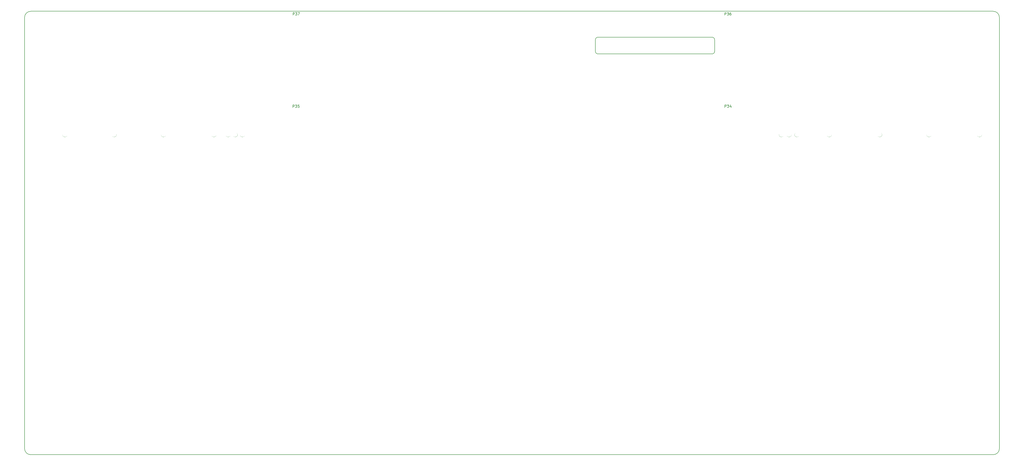
<source format=gbr>
%TF.GenerationSoftware,KiCad,Pcbnew,4.0.5+dfsg1-4*%
%TF.CreationDate,2018-04-07T15:20:27+10:00*%
%TF.ProjectId,mia,6D69612E6B696361645F706362000000,rev?*%
%TF.FileFunction,Legend,Top*%
%FSLAX46Y46*%
G04 Gerber Fmt 4.6, Leading zero omitted, Abs format (unit mm)*
G04 Created by KiCad (PCBNEW 4.0.5+dfsg1-4) date Sat Apr  7 15:20:27 2018*
%MOMM*%
%LPD*%
G01*
G04 APERTURE LIST*
%ADD10C,0.050000*%
%ADD11C,0.150000*%
%ADD12C,0.120000*%
%ADD13C,5.800000*%
%ADD14C,2.400000*%
%ADD15R,1.400000X1.400000*%
%ADD16O,1.400000X1.400000*%
%ADD17R,2.100000X2.100000*%
%ADD18C,2.100000*%
%ADD19C,1.900000*%
%ADD20R,1.900000X1.900000*%
%ADD21C,1.400000*%
%ADD22C,1.800000*%
%ADD23O,1.800000X1.800000*%
%ADD24C,5.400000*%
G04 APERTURE END LIST*
D10*
D11*
X241750000Y-60750000D02*
G75*
G03X242750000Y-61750000I1000000J0D01*
G01*
X286750000Y-61750000D02*
G75*
G03X287750000Y-60750000I0J1000000D01*
G01*
X287750000Y-56250000D02*
G75*
G03X286750000Y-55250000I-1000000J0D01*
G01*
X242750000Y-55250000D02*
G75*
G03X241750000Y-56250000I0J-1000000D01*
G01*
X286750000Y-61750000D02*
X242750000Y-61750000D01*
X287750000Y-56250000D02*
X287750000Y-60750000D01*
X242750000Y-55250000D02*
X286750000Y-55250000D01*
X241750000Y-60750000D02*
X241750000Y-56250000D01*
X23812600Y-45243940D02*
G75*
G03X21431340Y-47625200I0J-2381260D01*
G01*
X21431340Y-214313400D02*
G75*
G03X23812600Y-216694660I2381260J0D01*
G01*
X395289160Y-216694660D02*
G75*
G03X397670420Y-214313400I0J2381260D01*
G01*
X397670420Y-47625200D02*
G75*
G03X395289160Y-45243940I-2381260J0D01*
G01*
X21431340Y-214313400D02*
X21431340Y-47625200D01*
X395289160Y-216694660D02*
X23812600Y-216694660D01*
X397670420Y-47625200D02*
X397670420Y-214313400D01*
X23812600Y-45243940D02*
X395289160Y-45243940D01*
D12*
X37860000Y-93000000D02*
G75*
G03X37860000Y-93000000I-860000J0D01*
G01*
X56860000Y-93000000D02*
G75*
G03X56860000Y-93000000I-860000J0D01*
G01*
X75869690Y-93000000D02*
G75*
G03X75869690Y-93000000I-860000J0D01*
G01*
X95360000Y-93000000D02*
G75*
G03X95360000Y-93000000I-860000J0D01*
G01*
X106360000Y-93000000D02*
G75*
G03X106360000Y-93000000I-860000J0D01*
G01*
X314360000Y-93000000D02*
G75*
G03X314360000Y-93000000I-860000J0D01*
G01*
X332860000Y-93000000D02*
G75*
G03X332860000Y-93000000I-860000J0D01*
G01*
X352360000Y-93000000D02*
G75*
G03X352360000Y-93000000I-860000J0D01*
G01*
X371360000Y-93000000D02*
G75*
G03X371360000Y-93000000I-860000J0D01*
G01*
X390860000Y-93000000D02*
G75*
G03X390860000Y-93000000I-860000J0D01*
G01*
X103610000Y-93000000D02*
G75*
G03X103610000Y-93000000I-860000J0D01*
G01*
X100860000Y-93000000D02*
G75*
G03X100860000Y-93000000I-860000J0D01*
G01*
X320360000Y-93000000D02*
G75*
G03X320360000Y-93000000I-860000J0D01*
G01*
X317360000Y-93000000D02*
G75*
G03X317360000Y-93000000I-860000J0D01*
G01*
D11*
X124992494Y-82477741D02*
X124992494Y-81477741D01*
X125373447Y-81477741D01*
X125468685Y-81525360D01*
X125516304Y-81572979D01*
X125563923Y-81668217D01*
X125563923Y-81811074D01*
X125516304Y-81906312D01*
X125468685Y-81953931D01*
X125373447Y-82001550D01*
X124992494Y-82001550D01*
X125897256Y-81477741D02*
X126516304Y-81477741D01*
X126182970Y-81858693D01*
X126325828Y-81858693D01*
X126421066Y-81906312D01*
X126468685Y-81953931D01*
X126516304Y-82049170D01*
X126516304Y-82287265D01*
X126468685Y-82382503D01*
X126421066Y-82430122D01*
X126325828Y-82477741D01*
X126040113Y-82477741D01*
X125944875Y-82430122D01*
X125897256Y-82382503D01*
X127421066Y-81477741D02*
X126944875Y-81477741D01*
X126897256Y-81953931D01*
X126944875Y-81906312D01*
X127040113Y-81858693D01*
X127278209Y-81858693D01*
X127373447Y-81906312D01*
X127421066Y-81953931D01*
X127468685Y-82049170D01*
X127468685Y-82287265D01*
X127421066Y-82382503D01*
X127373447Y-82430122D01*
X127278209Y-82477741D01*
X127040113Y-82477741D01*
X126944875Y-82430122D01*
X126897256Y-82382503D01*
X291717605Y-82434272D02*
X291717605Y-81434272D01*
X292098558Y-81434272D01*
X292193796Y-81481891D01*
X292241415Y-81529510D01*
X292289034Y-81624748D01*
X292289034Y-81767605D01*
X292241415Y-81862843D01*
X292193796Y-81910462D01*
X292098558Y-81958081D01*
X291717605Y-81958081D01*
X292622367Y-81434272D02*
X293241415Y-81434272D01*
X292908081Y-81815224D01*
X293050939Y-81815224D01*
X293146177Y-81862843D01*
X293193796Y-81910462D01*
X293241415Y-82005701D01*
X293241415Y-82243796D01*
X293193796Y-82339034D01*
X293146177Y-82386653D01*
X293050939Y-82434272D01*
X292765224Y-82434272D01*
X292669986Y-82386653D01*
X292622367Y-82339034D01*
X294098558Y-81767605D02*
X294098558Y-82434272D01*
X293860462Y-81386653D02*
X293622367Y-82100939D01*
X294241415Y-82100939D01*
X291680694Y-46758841D02*
X291680694Y-45758841D01*
X292061647Y-45758841D01*
X292156885Y-45806460D01*
X292204504Y-45854079D01*
X292252123Y-45949317D01*
X292252123Y-46092174D01*
X292204504Y-46187412D01*
X292156885Y-46235031D01*
X292061647Y-46282650D01*
X291680694Y-46282650D01*
X292585456Y-45758841D02*
X293204504Y-45758841D01*
X292871170Y-46139793D01*
X293014028Y-46139793D01*
X293109266Y-46187412D01*
X293156885Y-46235031D01*
X293204504Y-46330270D01*
X293204504Y-46568365D01*
X293156885Y-46663603D01*
X293109266Y-46711222D01*
X293014028Y-46758841D01*
X292728313Y-46758841D01*
X292633075Y-46711222D01*
X292585456Y-46663603D01*
X294061647Y-45758841D02*
X293871170Y-45758841D01*
X293775932Y-45806460D01*
X293728313Y-45854079D01*
X293633075Y-45996936D01*
X293585456Y-46187412D01*
X293585456Y-46568365D01*
X293633075Y-46663603D01*
X293680694Y-46711222D01*
X293775932Y-46758841D01*
X293966409Y-46758841D01*
X294061647Y-46711222D01*
X294109266Y-46663603D01*
X294156885Y-46568365D01*
X294156885Y-46330270D01*
X294109266Y-46235031D01*
X294061647Y-46187412D01*
X293966409Y-46139793D01*
X293775932Y-46139793D01*
X293680694Y-46187412D01*
X293633075Y-46235031D01*
X293585456Y-46330270D01*
X125035714Y-46752381D02*
X125035714Y-45752381D01*
X125416667Y-45752381D01*
X125511905Y-45800000D01*
X125559524Y-45847619D01*
X125607143Y-45942857D01*
X125607143Y-46085714D01*
X125559524Y-46180952D01*
X125511905Y-46228571D01*
X125416667Y-46276190D01*
X125035714Y-46276190D01*
X125940476Y-45752381D02*
X126559524Y-45752381D01*
X126226190Y-46133333D01*
X126369048Y-46133333D01*
X126464286Y-46180952D01*
X126511905Y-46228571D01*
X126559524Y-46323810D01*
X126559524Y-46561905D01*
X126511905Y-46657143D01*
X126464286Y-46704762D01*
X126369048Y-46752381D01*
X126083333Y-46752381D01*
X125988095Y-46704762D01*
X125940476Y-46657143D01*
X126892857Y-45752381D02*
X127559524Y-45752381D01*
X127130952Y-46752381D01*
%LPC*%
D13*
X126206780Y-85725360D03*
D14*
X67627800Y-73661120D03*
X73977800Y-71121120D03*
D15*
X142000000Y-93000000D03*
D16*
X143270000Y-93000000D03*
X144540000Y-93000000D03*
X145810000Y-93000000D03*
X147080000Y-93000000D03*
X148350000Y-93000000D03*
X149620000Y-93000000D03*
X150890000Y-93000000D03*
X152160000Y-93000000D03*
X153430000Y-93000000D03*
X154700000Y-93000000D03*
X155970000Y-93000000D03*
X157240000Y-93000000D03*
X158510000Y-93000000D03*
X159780000Y-93000000D03*
X161050000Y-93000000D03*
X162320000Y-93000000D03*
X163590000Y-93000000D03*
X164860000Y-93000000D03*
X166130000Y-93000000D03*
X167400000Y-93000000D03*
X168670000Y-93000000D03*
X169940000Y-93000000D03*
X171210000Y-93000000D03*
X172480000Y-93000000D03*
X173750000Y-93000000D03*
X175020000Y-93000000D03*
D14*
X100965440Y-159385680D03*
X107315440Y-156845680D03*
X381952800Y-73661120D03*
X388302800Y-71121120D03*
X281940300Y-202248620D03*
X288290300Y-199708620D03*
X284321550Y-159386120D03*
X290671550Y-156846120D03*
X200977800Y-102236120D03*
X207327800Y-99696120D03*
X305752800Y-73661120D03*
X312102800Y-71121120D03*
X305752800Y-54611120D03*
X312102800Y-52071120D03*
X286702800Y-121286120D03*
X293052800Y-118746120D03*
X220027800Y-121286120D03*
X226377800Y-118746120D03*
X381952800Y-187961120D03*
X388302800Y-185421120D03*
X381952800Y-159386120D03*
X388302800Y-156846120D03*
X381952800Y-140336120D03*
X388302800Y-137796120D03*
X381952800Y-121286120D03*
X388302800Y-118746120D03*
X381952800Y-102236120D03*
X388302800Y-99696120D03*
X362922800Y-197486120D03*
X369272800Y-194946120D03*
X362902800Y-178436120D03*
X369252800Y-175896120D03*
X362902800Y-159386120D03*
X369252800Y-156846120D03*
X362902800Y-140336120D03*
X369252800Y-137796120D03*
X362902800Y-121286120D03*
X369252800Y-118746120D03*
X362902800Y-102236120D03*
X369252800Y-99696120D03*
X362902800Y-73661120D03*
X369252800Y-71121120D03*
X362902800Y-54611120D03*
X369252800Y-52071120D03*
X343852800Y-197486120D03*
X350202800Y-194946120D03*
X343852800Y-178436120D03*
X350202800Y-175896120D03*
X343852800Y-159386120D03*
X350202800Y-156846120D03*
X343852800Y-140336120D03*
X350202800Y-137796120D03*
X343852800Y-121286120D03*
X350202800Y-118746120D03*
X343852800Y-102236120D03*
X350202800Y-99696120D03*
X343852800Y-73661120D03*
X350202800Y-71121120D03*
X343852800Y-54611120D03*
X350202800Y-52071120D03*
X320040300Y-202248620D03*
X326390300Y-199708620D03*
X324802800Y-178436120D03*
X331152800Y-175896120D03*
X324802800Y-159386120D03*
X331152800Y-156846120D03*
X324802800Y-140336120D03*
X331152800Y-137796120D03*
X324802800Y-102236120D03*
X331152800Y-99696120D03*
X324802800Y-73661120D03*
X331152800Y-71121120D03*
X324802800Y-54611120D03*
X331152800Y-52071120D03*
X300990300Y-202248620D03*
X307340300Y-199708620D03*
X300990300Y-183198620D03*
X307340300Y-180658620D03*
X296215040Y-102203740D03*
X302565040Y-99663740D03*
X291465300Y-140336120D03*
X297815300Y-137796120D03*
X277177800Y-102236120D03*
X283527800Y-99696120D03*
X258127800Y-197486120D03*
X264477800Y-194946120D03*
X270034050Y-178436120D03*
X276384050Y-175896120D03*
X267652800Y-140336120D03*
X274002800Y-137796120D03*
X258127800Y-121286120D03*
X264477800Y-118746120D03*
X258069050Y-102236120D03*
X264419050Y-99696120D03*
X239077800Y-197486120D03*
X245427800Y-194946120D03*
X243840300Y-178436120D03*
X250190300Y-175896120D03*
X253365300Y-159386120D03*
X259715300Y-156846120D03*
X248602800Y-140336120D03*
X254952800Y-137796120D03*
X239077800Y-121286120D03*
X245427800Y-118746120D03*
X239077800Y-102236120D03*
X245427800Y-99696120D03*
X220027800Y-197486120D03*
X226377800Y-194946120D03*
X224790300Y-178436120D03*
X231140300Y-175896120D03*
X234315300Y-159386120D03*
X240665300Y-156846120D03*
X229552800Y-140336120D03*
X235902800Y-137796120D03*
X220027800Y-102236120D03*
X226377800Y-99696120D03*
X205740300Y-178436120D03*
X212090300Y-175896120D03*
X215265300Y-159386120D03*
X221615300Y-156846120D03*
X210502800Y-140336120D03*
X216852800Y-137796120D03*
X200977800Y-121286120D03*
X207327800Y-118746120D03*
X186690300Y-178436120D03*
X193040300Y-175896120D03*
X196215300Y-159386120D03*
X202565300Y-156846120D03*
X191452800Y-140336120D03*
X197802800Y-137796120D03*
X181890300Y-121286120D03*
X188240300Y-118746120D03*
X181927800Y-102236120D03*
X188277800Y-99696120D03*
X167640300Y-178436120D03*
X173990300Y-175896120D03*
X177165300Y-159386120D03*
X183515300Y-156846120D03*
X172402800Y-140336120D03*
X178752800Y-137796120D03*
X162877800Y-121286120D03*
X169227800Y-118746120D03*
X162877800Y-102236120D03*
X169227800Y-99696120D03*
X150971550Y-197486120D03*
X157321550Y-194946120D03*
X148590300Y-178436120D03*
X154940300Y-175896120D03*
X158115300Y-159386120D03*
X164465300Y-156846120D03*
X153352800Y-140336120D03*
X159702800Y-137796120D03*
X143827800Y-121286120D03*
X150177800Y-118746120D03*
X143827800Y-102236120D03*
X150177800Y-99696120D03*
X139065300Y-159386120D03*
X145415300Y-156846120D03*
X134302800Y-140336120D03*
X140652800Y-137796120D03*
X124777800Y-121286120D03*
X131127800Y-118746120D03*
X124777800Y-102236120D03*
X131127800Y-99696120D03*
X129540300Y-178436120D03*
X135890300Y-175896120D03*
X120015300Y-159386120D03*
X126365300Y-156846120D03*
X115252800Y-140336120D03*
X121602800Y-137796120D03*
X105727800Y-121286120D03*
X112077800Y-118746120D03*
X105727800Y-102236120D03*
X112077800Y-99696120D03*
X105727800Y-73661120D03*
X112077800Y-71121120D03*
X105727800Y-54611120D03*
X112077800Y-52071120D03*
X110490300Y-178436120D03*
X116840300Y-175896120D03*
X96202800Y-140336120D03*
X102552800Y-137796120D03*
X86677800Y-121286120D03*
X93027800Y-118746120D03*
X86677800Y-102236120D03*
X93027800Y-99696120D03*
X86677800Y-73661120D03*
X93027800Y-71121120D03*
X86677800Y-54611120D03*
X93027800Y-52071120D03*
X79534050Y-197486120D03*
X85884050Y-194946120D03*
X91440300Y-178436120D03*
X97790300Y-175896120D03*
X81915300Y-159386120D03*
X88265300Y-156846120D03*
X77152800Y-140336120D03*
X83502800Y-137796120D03*
X67627800Y-121286120D03*
X73977800Y-118746120D03*
X67627800Y-102236120D03*
X73977800Y-99696120D03*
X67627800Y-54611120D03*
X73977800Y-52071120D03*
X55721550Y-197486120D03*
X62071550Y-194946120D03*
X72390300Y-178436120D03*
X78740300Y-175896120D03*
X62865300Y-159386120D03*
X69215300Y-156846120D03*
X57944050Y-140336120D03*
X64294050Y-137796120D03*
X48577800Y-121286120D03*
X54927800Y-118746120D03*
X48577800Y-102236120D03*
X54927800Y-99696120D03*
X48577800Y-73661120D03*
X54927800Y-71121120D03*
X48577800Y-54611120D03*
X54927800Y-52071120D03*
X31909050Y-197486120D03*
X38259050Y-194946120D03*
X41434050Y-178436120D03*
X47784050Y-175896120D03*
X36671550Y-159386120D03*
X43021550Y-156846120D03*
X34290300Y-140336120D03*
X40640300Y-137796120D03*
X29527800Y-121286120D03*
X35877800Y-118746120D03*
X29527800Y-102236120D03*
X35877800Y-99696120D03*
X29527800Y-73661120D03*
X35877800Y-71121120D03*
X29527800Y-54611120D03*
X35877800Y-52071120D03*
X381952800Y-54611120D03*
X388302800Y-52071120D03*
D17*
X153728110Y-72020630D03*
D18*
X153928110Y-69480630D03*
X153728110Y-66940630D03*
X153928110Y-64400630D03*
X153728110Y-61860630D03*
D19*
X215928110Y-71690630D03*
D20*
X239500000Y-62000000D03*
D14*
X324803880Y-121285520D03*
X331153880Y-118745520D03*
D21*
X263178110Y-74190630D03*
X264178110Y-75190630D03*
X265178110Y-74190630D03*
X266178110Y-75190630D03*
X253178110Y-74190630D03*
X254178110Y-75190630D03*
X255178110Y-74190630D03*
X256178110Y-75190630D03*
X257178110Y-74190630D03*
X258178110Y-75190630D03*
X271178110Y-74190630D03*
X272178110Y-75190630D03*
X273178110Y-74190630D03*
X274178110Y-75190630D03*
X275178110Y-74190630D03*
X276178110Y-75190630D03*
X281178110Y-74190630D03*
X282178110Y-75190630D03*
X283178110Y-74190630D03*
X284178110Y-75190630D03*
D19*
X226678110Y-71690630D03*
X199178110Y-73940630D03*
D15*
X142000000Y-88000000D03*
D16*
X143270000Y-88000000D03*
X144540000Y-88000000D03*
X145810000Y-88000000D03*
X147080000Y-88000000D03*
X148350000Y-88000000D03*
X149620000Y-88000000D03*
X150890000Y-88000000D03*
X152160000Y-88000000D03*
X153430000Y-88000000D03*
X154700000Y-88000000D03*
X155970000Y-88000000D03*
X157240000Y-88000000D03*
X158510000Y-88000000D03*
X159780000Y-88000000D03*
X161050000Y-88000000D03*
X162320000Y-88000000D03*
X163590000Y-88000000D03*
X164860000Y-88000000D03*
X166130000Y-88000000D03*
X167400000Y-88000000D03*
X168670000Y-88000000D03*
X169940000Y-88000000D03*
X171210000Y-88000000D03*
X172480000Y-88000000D03*
X173750000Y-88000000D03*
X175020000Y-88000000D03*
D22*
X37000000Y-93000000D03*
D23*
X37000000Y-88000000D03*
D22*
X56000000Y-93000000D03*
D23*
X56000000Y-88000000D03*
D22*
X75009690Y-93000000D03*
D23*
X75009690Y-88000000D03*
D22*
X94500000Y-93000000D03*
D23*
X94500000Y-88000000D03*
D22*
X105500000Y-93000000D03*
D23*
X105500000Y-88000000D03*
D22*
X313500000Y-93000000D03*
D23*
X313500000Y-88000000D03*
D22*
X332000000Y-93000000D03*
D23*
X332000000Y-88000000D03*
D22*
X351500000Y-93000000D03*
D23*
X351500000Y-88000000D03*
D22*
X370500000Y-93000000D03*
D23*
X370500000Y-88000000D03*
D22*
X390000000Y-93000000D03*
D23*
X390000000Y-88000000D03*
D22*
X102750000Y-93000000D03*
D23*
X102750000Y-88000000D03*
D22*
X100000000Y-93000000D03*
D23*
X100000000Y-88000000D03*
D22*
X319500000Y-93000000D03*
D23*
X319500000Y-88000000D03*
D22*
X316500000Y-93000000D03*
D23*
X316500000Y-88000000D03*
D13*
X292931891Y-85681891D03*
X292894980Y-50006460D03*
X126250000Y-50000000D03*
D21*
X245178110Y-75190630D03*
X248178110Y-75190630D03*
D24*
X314326320Y-152400640D03*
X309563800Y-90487880D03*
X209500000Y-90487880D03*
X109537960Y-90487880D03*
D21*
X165400000Y-74700000D03*
X171956649Y-53305552D03*
X168428876Y-53337956D03*
X154919113Y-81008663D03*
X172201807Y-81202277D03*
X170186493Y-81207392D03*
X225728100Y-74190630D03*
X168458861Y-66387601D03*
X174678110Y-67440630D03*
X168928110Y-63440630D03*
X171428110Y-63440630D03*
X220400000Y-70200000D03*
X220400000Y-71600000D03*
X220400000Y-73000000D03*
X220400000Y-74200000D03*
X222000000Y-70200000D03*
X222000000Y-71600000D03*
X222000000Y-73000000D03*
X222000000Y-74200000D03*
X247000000Y-68500000D03*
X283000000Y-68500000D03*
X275000000Y-68500000D03*
X265000000Y-68500000D03*
X257000000Y-68500000D03*
X242264856Y-70791604D03*
X239500000Y-64500000D03*
X239500000Y-59000000D03*
X192428110Y-67400000D03*
X198500000Y-68000000D03*
X201428110Y-77190630D03*
X201428110Y-73940630D03*
X209178110Y-67190630D03*
X209178110Y-71690630D03*
X209178110Y-69440630D03*
X206603100Y-54940630D03*
X184928110Y-57940630D03*
X224428110Y-61690630D03*
X218428110Y-61690630D03*
X157797010Y-66440630D03*
X233678110Y-59940630D03*
X235928110Y-59940630D03*
X229678110Y-71190630D03*
X232432508Y-81132966D03*
X184678110Y-78690630D03*
X186678110Y-76940630D03*
X232678110Y-68940630D03*
X206028110Y-68440630D03*
X213428110Y-54940630D03*
X208928110Y-54940630D03*
X199928110Y-54940630D03*
X197678110Y-54940630D03*
X184928110Y-64690630D03*
X174250000Y-64000000D03*
X258000000Y-84000000D03*
X266250000Y-84000000D03*
X174678110Y-65190630D03*
X167676680Y-65183569D03*
X214928110Y-73940630D03*
X215678110Y-77190630D03*
X167478110Y-63790630D03*
X164478110Y-54990630D03*
X170878110Y-70590630D03*
X174178110Y-70190630D03*
X215178110Y-57190630D03*
X169928110Y-68440630D03*
X172428110Y-68440630D03*
X172428110Y-65940630D03*
X169928110Y-65940630D03*
X171178110Y-67190630D03*
X172678110Y-63440630D03*
X173678110Y-66440630D03*
X176878093Y-79602159D03*
X176864852Y-75931387D03*
X322660730Y-63103390D03*
X322660730Y-83344100D03*
X161925680Y-96441030D03*
X175022610Y-101203550D03*
X178128349Y-80519003D03*
X178143253Y-77034214D03*
X161925680Y-98822290D03*
X175022610Y-103584810D03*
X175022610Y-108347330D03*
X179785130Y-108347330D03*
X152400640Y-108347330D03*
X159544420Y-108347330D03*
X140494340Y-108347330D03*
X133350560Y-108347330D03*
X171450720Y-127397410D03*
X152400640Y-127397410D03*
X159544420Y-127397410D03*
X184250000Y-146447490D03*
X188000000Y-165497570D03*
X189213558Y-173322967D03*
X186928910Y-189961073D03*
X307340300Y-135731820D03*
X232552144Y-49878895D03*
X185178110Y-47486484D03*
X185178110Y-49690630D03*
X203428110Y-47453149D03*
X203428110Y-63440630D03*
X232878110Y-47486484D03*
X231575580Y-48442696D03*
X186428110Y-48433664D03*
X207428110Y-48433664D03*
X207428110Y-68190630D03*
X159535173Y-68298085D03*
X259750000Y-76000000D03*
X262000000Y-76000000D03*
X270000000Y-76000000D03*
X267750000Y-76000000D03*
X193428110Y-59690630D03*
X161678110Y-70440630D03*
X202401516Y-68440630D03*
X204941516Y-63190630D03*
X232428110Y-77690630D03*
X162428110Y-71440630D03*
M02*

</source>
